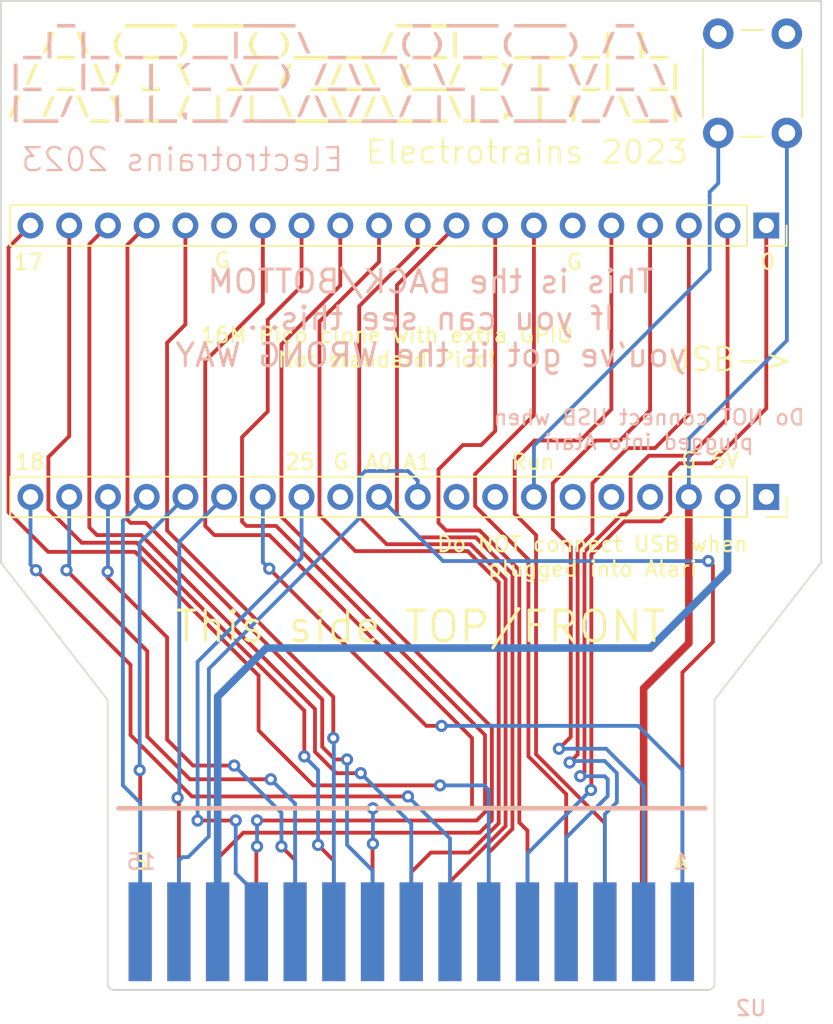
<source format=kicad_pcb>
(kicad_pcb (version 20211014) (generator pcbnew)
  (layers (0 "F.Cu" signal) (31 "B.Cu" signal) (34 "B.Paste" user) (35 "F.Paste" user) (36 "B.SilkS" user "B.Silkscreen") (37 "F.SilkS" user "F.Silkscreen") (38 "B.Mask" user) (39 "F.Mask" user) (44 "Edge.Cuts" user))
  (net 0 "")
  (net 1 "A0")
  (net 2 "A1")
  (net 3 "A2")
  (net 4 "A3")
  (net 5 "A4")
  (net 7 "A5")
  (net 8 "A6")
  (net 9 "A7")
  (net 10 "A8")
  (net 11 "A9")
  (net 12 "A10")
  (net 13 "A11")
  (net 14 "A12")
  (net 16 "D0")
  (net 17 "D1")
  (net 18 "D2")
  (net 19 "D3")
  (net 20 "D4")
  (net 22 "+5V")
  (net 23 "GND")
  (net 27 "RESET")
  (net 30 "RD5")
  (net 31 "RD4")
  (net 33 "{slash}S5")
  (net 34 "{slash}S4")
  (net 35 "R{slash}W")
  (net 36 "PHI2")
  (net 37 "CCTL")
  (net 38 "D7")
  (net 39 "D6")
  (net 40 "D5")
  (footprint "Button_Switch_THT:SW_PUSH_6mm_H8mm" (layer "F.Cu") (at 176.35 66.25 90)
    (fp_text reference "SW1" hide)
    (fp_text value "SW_Push")
    (pad "1" thru_hole circle (at 0 0 180) (size 2 2) (drill 1.1) (layers *.Cu *.Mask) (net 27 "RESET"))
    (pad "1" thru_hole circle (at 6.5 0 180) (size 2 2) (drill 1.1) (layers *.Cu *.Mask) (net 27 "RESET"))
    (pad "2" thru_hole circle (at 6.5 4.5 180) (size 2 2) (drill 1.1) (layers *.Cu *.Mask) (net 23 "GND"))
    (pad "2" thru_hole circle (at 0 4.5 180) (size 2 2) (drill 1.1) (layers *.Cu *.Mask) (net 23 "GND"))
  )
  (footprint "Connector_PinSocket_2.54mm:PinSocket_1x20_P2.54mm_Vertical" (layer "F.Cu") (at 179.5 90.1 -90)
    (fp_text reference "J8" hide)
    (fp_text value "Conn_01x20" hide)
    (pad "1" thru_hole rect (at 0 0 270) (size 1.7 1.7) (drill 1) (layers *.Cu *.Mask))
    (pad "2" thru_hole oval (at 0 2.54 270) (size 1.7 1.7) (drill 1) (layers *.Cu *.Mask) (net 22 "+5V"))
    (pad "3" thru_hole oval (at 0 5.08 270) (size 1.7 1.7) (drill 1) (layers *.Cu *.Mask) (net 23 "GND"))
    (pad "4" thru_hole oval (at 0 7.62 270) (size 1.7 1.7) (drill 1) (layers *.Cu *.Mask))
    (pad "5" thru_hole oval (at 0 10.16 270) (size 1.7 1.7) (drill 1) (layers *.Cu *.Mask))
    (pad "6" thru_hole oval (at 0 12.7 270) (size 1.7 1.7) (drill 1) (layers *.Cu *.Mask))
    (pad "7" thru_hole oval (at 0 15.24 270) (size 1.7 1.7) (drill 1) (layers *.Cu *.Mask) (net 27 "RESET"))
    (pad "8" thru_hole oval (at 0 17.78 270) (size 1.7 1.7) (drill 1) (layers *.Cu *.Mask))
    (pad "9" thru_hole oval (at 0 20.32 270) (size 1.7 1.7) (drill 1) (layers *.Cu *.Mask))
    (pad "10" thru_hole oval (at 0 22.86 270) (size 1.7 1.7) (drill 1) (layers *.Cu *.Mask) (net 30 "RD5"))
    (pad "11" thru_hole oval (at 0 25.4 270) (size 1.7 1.7) (drill 1) (layers *.Cu *.Mask) (net 31 "RD4"))
    (pad "12" thru_hole oval (at 0 27.94 270) (size 1.7 1.7) (drill 1) (layers *.Cu *.Mask))
    (pad "13" thru_hole oval (at 0 30.48 270) (size 1.7 1.7) (drill 1) (layers *.Cu *.Mask) (net 33 "{slash}S5"))
    (pad "14" thru_hole oval (at 0 33.02 270) (size 1.7 1.7) (drill 1) (layers *.Cu *.Mask) (net 34 "{slash}S4"))
    (pad "15" thru_hole oval (at 0 35.56 270) (size 1.7 1.7) (drill 1) (layers *.Cu *.Mask) (net 35 "R{slash}W"))
    (pad "16" thru_hole oval (at 0 38.1 270) (size 1.7 1.7) (drill 1) (layers *.Cu *.Mask) (net 36 "PHI2"))
    (pad "17" thru_hole oval (at 0 40.64 270) (size 1.7 1.7) (drill 1) (layers *.Cu *.Mask) (net 37 "CCTL"))
    (pad "18" thru_hole oval (at 0 43.18 270) (size 1.7 1.7) (drill 1) (layers *.Cu *.Mask) (net 38 "D7"))
    (pad "19" thru_hole oval (at 0 45.72 270) (size 1.7 1.7) (drill 1) (layers *.Cu *.Mask) (net 39 "D6"))
    (pad "20" thru_hole oval (at 0 48.26 270) (size 1.7 1.7) (drill 1) (layers *.Cu *.Mask) (net 40 "D5"))
  )
  (footprint "LOGO" (layer "F.Cu") (at 151.8 62.4)
    (fp_text reference "G***" hide)
    (fp_text value "LOGO" hide)
  )
  (footprint "Connector_PinSocket_2.54mm:PinSocket_1x20_P2.54mm_Vertical" (layer "F.Cu") (at 179.500001 72.314999 -90)
    (fp_text reference "J7" hide)
    (fp_text value "Conn_01x20" hide)
    (pad "1" thru_hole rect (at 0 0 270) (size 1.7 1.7) (drill 1) (layers *.Cu *.Mask) (net 1 "A0"))
    (pad "2" thru_hole oval (at 0 2.54 270) (size 1.7 1.7) (drill 1) (layers *.Cu *.Mask) (net 2 "A1"))
    (pad "3" thru_hole oval (at 0 5.08 270) (size 1.7 1.7) (drill 1) (layers *.Cu *.Mask) (net 3 "A2"))
    (pad "4" thru_hole oval (at 0 7.62 270) (size 1.7 1.7) (drill 1) (layers *.Cu *.Mask) (net 4 "A3"))
    (pad "5" thru_hole oval (at 0 10.16 270) (size 1.7 1.7) (drill 1) (layers *.Cu *.Mask) (net 5 "A4"))
    (pad "6" thru_hole oval (at 0 12.7 270) (size 1.7 1.7) (drill 1) (layers *.Cu *.Mask))
    (pad "7" thru_hole oval (at 0 15.24 270) (size 1.7 1.7) (drill 1) (layers *.Cu *.Mask) (net 7 "A5"))
    (pad "8" thru_hole oval (at 0 17.78 270) (size 1.7 1.7) (drill 1) (layers *.Cu *.Mask) (net 8 "A6"))
    (pad "9" thru_hole oval (at 0 20.32 270) (size 1.7 1.7) (drill 1) (layers *.Cu *.Mask) (net 9 "A7"))
    (pad "10" thru_hole oval (at 0 22.86 270) (size 1.7 1.7) (drill 1) (layers *.Cu *.Mask) (net 10 "A8"))
    (pad "11" thru_hole oval (at 0 25.4 270) (size 1.7 1.7) (drill 1) (layers *.Cu *.Mask) (net 11 "A9"))
    (pad "12" thru_hole oval (at 0 27.94 270) (size 1.7 1.7) (drill 1) (layers *.Cu *.Mask) (net 12 "A10"))
    (pad "13" thru_hole oval (at 0 30.48 270) (size 1.7 1.7) (drill 1) (layers *.Cu *.Mask) (net 13 "A11"))
    (pad "14" thru_hole oval (at 0 33.02 270) (size 1.7 1.7) (drill 1) (layers *.Cu *.Mask) (net 14 "A12"))
    (pad "15" thru_hole oval (at 0 35.56 270) (size 1.7 1.7) (drill 1) (layers *.Cu *.Mask))
    (pad "16" thru_hole oval (at 0 38.1 270) (size 1.7 1.7) (drill 1) (layers *.Cu *.Mask) (net 16 "D0"))
    (pad "17" thru_hole oval (at 0 40.64 270) (size 1.7 1.7) (drill 1) (layers *.Cu *.Mask) (net 17 "D1"))
    (pad "18" thru_hole oval (at 0 43.18 270) (size 1.7 1.7) (drill 1) (layers *.Cu *.Mask) (net 18 "D2"))
    (pad "19" thru_hole oval (at 0 45.72 270) (size 1.7 1.7) (drill 1) (layers *.Cu *.Mask) (net 19 "D3"))
    (pad "20" thru_hole oval (at 0 48.26 270) (size 1.7 1.7) (drill 1) (layers *.Cu *.Mask) (net 20 "D4"))
  )
  (footprint "LOGO" (layer "B.Cu") (at 152 62.4 180)
    (fp_text reference "G***" hide)
    (fp_text value "LOGO" hide)
  )
  (footprint "Atari 8-bit Cartridge:Atari8Cartridge" (layer "B.Cu") (at 176.1 122.4 180)
    (fp_text reference "U2" (at -2.4 -1.2 unlocked) (layer "B.SilkS") (effects (justify mirror)))
    (fp_text value "Atari8Cartridge")
    (fp_text user "1" (at 2.2 8.4 unlocked) (layer "B.SilkS") (effects (justify mirror)))
    (fp_text user "15" (at 37.6 8.4 unlocked) (layer "B.SilkS") (effects (justify mirror)))
    (fp_text user "A" (at 2.2 8.4 unlocked) (layer "F.SilkS"))
    (fp_text user "S" (at 37.6 8.4 unlocked) (layer "F.SilkS"))
    (fp_line (start 39.8 0.4) (end 39.8 19) (layer "Edge.Cuts") (width 0.12))
    (fp_line (start 0 19) (end -7 28) (layer "Edge.Cuts") (width 0.12))
    (fp_line (start -7 28) (end -7 64.8) (layer "Edge.Cuts") (width 0.12))
    (fp_line (start 46.8 64.8) (end 46.8 28) (layer "Edge.Cuts") (width 0.12))
    (fp_line (start -7 64.8) (end 46.8 64.8) (layer "Edge.Cuts") (width 0.12))
    (fp_line (start 46.8 28) (end 39.8 19) (layer "Edge.Cuts") (width 0.12))
    (fp_line (start 0.4 0) (end 39.4 0) (layer "Edge.Cuts") (width 0.12))
    (fp_line (start 0 0.4) (end 0 19) (layer "Edge.Cuts") (width 0.12))
    (fp_arc (start 39.4 0) (mid 39.682843 0.117157) (end 39.8 0.4) (layer "Edge.Cuts") (width 0.12))
    (fp_arc (start 0 0.4) (mid 0.117157 0.117157) (end 0.4 0) (layer "Edge.Cuts") (width 0.12))
    (pad "1" smd rect (at 2.105 3.81 180) (size 1.524 6.477) (layers "B.Cu" "B.Mask") (net 34 "{slash}S4"))
    (pad "2" smd rect (at 4.645 3.81 180) (size 1.524 6.477) (layers "B.Cu" "B.Mask") (net 4 "A3"))
    (pad "3" smd rect (at 7.185 3.81 180) (size 1.524 6.477) (layers "B.Cu" "B.Mask") (net 3 "A2"))
    (pad "4" smd rect (at 9.725 3.81 180) (size 1.524 6.477) (layers "B.Cu" "B.Mask") (net 2 "A1"))
    (pad "5" smd rect (at 12.265 3.81 180) (size 1.524 6.477) (layers "B.Cu" "B.Mask") (net 1 "A0"))
    (pad "6" smd rect (at 14.805 3.81 180) (size 1.524 6.477) (layers "B.Cu" "B.Mask") (net 20 "D4"))
    (pad "7" smd rect (at 17.345 3.81 180) (size 1.524 6.477) (layers "B.Cu" "B.Mask") (net 40 "D5"))
    (pad "8" smd rect (at 19.885 3.81 180) (size 1.524 6.477) (layers "B.Cu" "B.Mask") (net 18 "D2"))
    (pad "9" smd rect (at 22.425 3.81 180) (size 1.524 6.477) (layers "B.Cu" "B.Mask") (net 17 "D1"))
    (pad "10" smd rect (at 24.965 3.81 180) (size 1.524 6.477) (layers "B.Cu" "B.Mask") (net 16 "D0"))
    (pad "11" smd rect (at 27.505 3.81 180) (size 1.524 6.477) (layers "B.Cu" "B.Mask") (net 39 "D6"))
    (pad "12" smd rect (at 30.045 3.81 180) (size 1.524 6.477) (layers "B.Cu" "B.Mask") (net 33 "{slash}S5"))
    (pad "13" smd rect (at 32.585 3.81 180) (size 1.524 6.477) (layers "B.Cu" "B.Mask") (net 22 "+5V"))
    (pad "14" smd rect (at 35.125 3.81 180) (size 1.524 6.477) (layers "B.Cu" "B.Mask") (net 30 "RD5"))
    (pad "15" smd rect (at 37.665 3.81 180) (size 1.524 6.477) (layers "B.Cu" "B.Mask") (net 37 "CCTL"))
    (pad "A" smd rect (at 2.105 3.81 180) (size 1.524 6.477) (layers "F.Cu" "F.Mask") (net 31 "RD4"))
    (pad "B" smd rect (at 4.645 3.81 180) (size 1.524 6.477) (layers "F.Cu" "F.Mask") (net 23 "GND"))
    (pad "C" smd rect (at 7.185 3.81 180) (size 1.524 6.477) (layers "F.Cu" "F.Mask") (net 5 "A4"))
    (pad "D" smd rect (at 9.725 3.81 180) (size 1.524 6.477) (layers "F.Cu" "F.Mask") (net 7 "A5"))
    (pad "E" smd rect (at 12.265 3.81 180) (size 1.524 6.477) (layers "F.Cu" "F.Mask") (net 8 "A6"))
    (pad "F" smd rect (at 14.805 3.81 180) (size 1.524 6.477) (layers "F.Cu" "F.Mask") (net 9 "A7"))
    (pad "H" smd rect (at 17.345 3.81 180) (size 1.524 6.477) (layers "F.Cu" "F.Mask") (net 10 "A8"))
    (pad "J" smd rect (at 19.885 3.81 180) (size 1.524 6.477) (layers "F.Cu" "F.Mask") (net 11 "A9"))
    (pad "K" smd rect (at 22.425 3.81 180) (size 1.524 6.477) (layers "F.Cu" "F.Mask") (net 14 "A12"))
    (pad "L" smd rect (at 24.965 3.81 180) (size 1.524 6.477) (layers "F.Cu" "F.Mask") (net 19 "D3"))
    (pad "M" smd rect (at 27.505 3.81 180) (size 1.524 6.477) (layers "F.Cu" "F.Mask") (net 38 "D7"))
    (pad "N" smd rect (at 30.045 3.81 180) (size 1.524 6.477) (layers "F.Cu" "F.Mask") (net 13 "A11"))
    (pad "P" smd rect (at 32.585 3.81 180) (size 1.524 6.477) (layers "F.Cu" "F.Mask") (net 12 "A10"))
    (pad "R" smd rect (at 35.125 3.81 180) (size 1.524 6.477) (layers "F.Cu" "F.Mask") (net 35 "R{slash}W"))
    (pad "S" smd rect (at 37.665 3.81 180) (size 1.524 6.477) (layers "F.Cu" "F.Mask") (net 36 "PHI2"))
  )
  (gr_line (start 137 110.5) (end 175.5 110.5) (layer "B.SilkS") (width 0.3))
  (gr_line (start 137 110.5) (end 175.5 110.5) (layer "F.SilkS") (width 0.3))
  (gr_text "This is the BACK/BOTTOM\nIf you can see this...\nyou've got it the WRONG WAY" (at 157.5 78.4) (layer "B.SilkS") (effects (font (size 1.5 1.5) (thickness 0.2)) (justify mirror)))
  (gr_text "Electrotrains 2023" (at 141.2 68) (layer "B.SilkS") (effects (font (size 1.5 1.5)) (justify mirror)))
  (gr_text "Do NOT connect USB when\nplugged into Atari" (at 171.8 85.7) (layer "B.SilkS") (effects (font (size 1 1)) (justify mirror)))
  (gr_text "G" (at 174.4 87.7) (layer "F.SilkS") (effects (font (size 1 1))))
  (gr_text "Electrotrains 2023" (at 163.8 67.5) (layer "F.SilkS") (effects (font (size 1.5 1.5))))
  (gr_text "Do NOT connect USB when\nplugged into Atari" (at 168.1 94) (layer "F.SilkS") (effects (font (size 1 1))))
  (gr_text "18" (at 131.2 87.8) (layer "F.SilkS") (effects (font (size 1 1))))
  (gr_text "This side TOP/FRONT" (at 156.8 98.6) (layer "F.SilkS") (effects (font (size 2 2) (thickness 0.2))))
  (gr_text "0" (at 179.6 74.7) (layer "F.SilkS") (effects (font (size 1 1))))
  (gr_text "G" (at 143.8 74.6) (layer "F.SilkS") (effects (font (size 1 1))))
  (gr_text "Run" (at 164.2 87.8) (layer "F.SilkS") (effects (font (size 1 1))))
  (gr_text "5V" (at 176.8 87.7) (layer "F.SilkS") (effects (font (size 1 1))))
  (gr_text "A0" (at 154.1 87.8) (layer "F.SilkS") (effects (font (size 1 1))))
  (gr_text "USB->" (at 177.1 81.1) (layer "F.SilkS") (effects (font (size 1.5 1.5))))
  (gr_text "G" (at 151.6 87.8) (layer "F.SilkS") (effects (font (size 1 1))))
  (gr_text "16M Pico clone with extra GPIO\nNot standard Pico!" (at 154.6 80.3) (layer "F.SilkS") (effects (font (size 1 1))))
  (gr_text "G" (at 166.9 74.7) (layer "F.SilkS") (effects (font (size 1 1))))
  (gr_text "A1" (at 156.6 87.8) (layer "F.SilkS") (effects (font (size 1 1))))
  (gr_text "25" (at 148.9 87.8) (layer "F.SilkS") (effects (font (size 1 1))))
  (gr_text "17" (at 131.1 74.7) (layer "F.SilkS") (effects (font (size 1 1))))
  (segment (start 173.2 88.5) (end 173.2 91.1) (width 0.25) (layer "F.Cu") (net 1))
  (segment (start 172.6 91.7) (end 170.2 91.7) (width 0.25) (layer "F.Cu") (net 1))
  (segment (start 179.500001 84.299999) (end 175.9 87.9) (width 0.25) (layer "F.Cu") (net 1))
  (segment (start 173.2 91.1) (end 172.6 91.7) (width 0.25) (layer "F.Cu") (net 1))
  (segment (start 168.025 93.875) (end 168.025 109.275) (width 0.25) (layer "F.Cu") (net 1))
  (segment (start 175.9 87.9) (end 173.8 87.9) (width 0.25) (layer "F.Cu") (net 1))
  (segment (start 170.2 91.7) (end 168.025 93.875) (width 0.25) (layer "F.Cu") (net 1))
  (segment (start 179.500001 72.314999) (end 179.500001 84.299999) (width 0.25) (layer "F.Cu") (net 1))
  (segment (start 168.025 109.275) (end 168 109.3) (width 0.25) (layer "F.Cu") (net 1))
  (segment (start 173.8 87.9) (end 173.2 88.5) (width 0.25) (layer "F.Cu") (net 1))
  (via (at 168 109.3) (size 0.8) (drill 0.4) (layers "F.Cu" "B.Cu") (net 1))
  (segment (start 163.835 113.465) (end 168 109.3) (width 0.25) (layer "B.Cu") (net 1))
  (segment (start 163.835 118.59) (end 163.835 113.465) (width 0.25) (layer "B.Cu") (net 1))
  (segment (start 176.960001 84.939999) (end 176.960001 72.314999) (width 0.25) (layer "F.Cu") (net 2))
  (segment (start 170.6 88.6) (end 171.8 87.4) (width 0.25) (layer "F.Cu") (net 2))
  (segment (start 167.575 93.688604) (end 170.013604 91.25) (width 0.25) (layer "F.Cu") (net 2))
  (segment (start 167.575 108.125) (end 167.575 93.688604) (width 0.25) (layer "F.Cu") (net 2))
  (segment (start 171.8 87.4) (end 174.5 87.4) (width 0.25) (layer "F.Cu") (net 2))
  (segment (start 170.6 90.95) (end 170.6 88.6) (width 0.25) (layer "F.Cu") (net 2))
  (segment (start 170.3 91.25) (end 170.6 90.95) (width 0.25) (layer "F.Cu") (net 2))
  (segment (start 170.013604 91.25) (end 170.3 91.25) (width 0.25) (layer "F.Cu") (net 2))
  (segment (start 167.3 108.4) (end 167.575 108.125) (width 0.25) (layer "F.Cu") (net 2))
  (segment (start 174.5 87.4) (end 176.960001 84.939999) (width 0.25) (layer "F.Cu") (net 2))
  (via (at 167.3 108.4) (size 0.8) (drill 0.4) (layers "F.Cu" "B.Cu") (net 2))
  (segment (start 168.7 110.1) (end 169.1 109.7) (width 0.25) (layer "B.Cu") (net 2))
  (segment (start 166.375 118.59) (end 166.375 112.425) (width 0.25) (layer "B.Cu") (net 2))
  (segment (start 168.9 108.4) (end 167.3 108.4) (width 0.25) (layer "B.Cu") (net 2))
  (segment (start 166.375 112.425) (end 168.7 110.1) (width 0.25) (layer "B.Cu") (net 2))
  (segment (start 169.1 109.7) (end 169.1 108.6) (width 0.25) (layer "B.Cu") (net 2))
  (segment (start 169.1 108.6) (end 168.9 108.4) (width 0.25) (layer "B.Cu") (net 2))
  (segment (start 166.6 107.5) (end 167.125 106.975) (width 0.25) (layer "F.Cu") (net 3))
  (segment (start 167.125 93.475) (end 168.1 92.5) (width 0.25) (layer "F.Cu") (net 3))
  (segment (start 168.1 89.2) (end 170.4 86.9) (width 0.25) (layer "F.Cu") (net 3))
  (segment (start 168.1 92.5) (end 168.1 89.2) (width 0.25) (layer "F.Cu") (net 3))
  (segment (start 167.125 106.975) (end 167.125 93.475) (width 0.25) (layer "F.Cu") (net 3))
  (segment (start 174.420001 84.679999) (end 174.420001 72.314999) (width 0.25) (layer "F.Cu") (net 3))
  (segment (start 170.4 86.9) (end 172.2 86.9) (width 0.25) (layer "F.Cu") (net 3))
  (segment (start 172.2 86.9) (end 174.420001 84.679999) (width 0.25) (layer "F.Cu") (net 3))
  (via (at 166.6 107.5) (size 0.8) (drill 0.4) (layers "F.Cu" "B.Cu") (net 3))
  (segment (start 166.7 107.4) (end 166.6 107.5) (width 0.25) (layer "B.Cu") (net 3))
  (segment (start 168.9 107.4) (end 166.7 107.4) (width 0.25) (layer "B.Cu") (net 3))
  (segment (start 169.7 110.1) (end 169.7 108.2) (width 0.25) (layer "B.Cu") (net 3))
  (segment (start 169.7 108.2) (end 168.9 107.4) (width 0.25) (layer "B.Cu") (net 3))
  (segment (start 168.915 118.59) (end 168.915 110.885) (width 0.25) (layer "B.Cu") (net 3))
  (segment (start 168.915 110.885) (end 169.7 110.1) (width 0.25) (layer "B.Cu") (net 3))
  (segment (start 166.675 93.375) (end 165.5 92.2) (width 0.25) (layer "F.Cu") (net 4))
  (segment (start 166.675 105.825) (end 166.675 93.375) (width 0.25) (layer "F.Cu") (net 4))
  (segment (start 165.5 92.2) (end 165.5 89.2) (width 0.25) (layer "F.Cu") (net 4))
  (segment (start 171.880001 84.419999) (end 171.880001 72.314999) (width 0.25) (layer "F.Cu") (net 4))
  (segment (start 168.3 86.4) (end 169.9 86.4) (width 0.25) (layer "F.Cu") (net 4))
  (segment (start 165.5 89.2) (end 168.3 86.4) (width 0.25) (layer "F.Cu") (net 4))
  (segment (start 169.9 86.4) (end 171.880001 84.419999) (width 0.25) (layer "F.Cu") (net 4))
  (segment (start 165.9 106.6) (end 166.675 105.825) (width 0.25) (layer "F.Cu") (net 4))
  (via (at 165.9 106.6) (size 0.8) (drill 0.4) (layers "F.Cu" "B.Cu") (net 4))
  (segment (start 169.2 106.8) (end 169 106.6) (width 0.25) (layer "B.Cu") (net 4))
  (segment (start 171.455 118.59) (end 171.455 109.055) (width 0.25) (layer "B.Cu") (net 4))
  (segment (start 171.455 109.055) (end 169.2 106.8) (width 0.25) (layer "B.Cu") (net 4))
  (segment (start 169 106.6) (end 165.9 106.6) (width 0.25) (layer "B.Cu") (net 4))
  (segment (start 168.915 111.478604) (end 164.4 106.963604) (width 0.25) (layer "F.Cu") (net 5))
  (segment (start 169.340001 84.359999) (end 169.340001 72.314999) (width 0.25) (layer "F.Cu") (net 5))
  (segment (start 163 91.2) (end 163 87.7) (width 0.25) (layer "F.Cu") (net 5))
  (segment (start 164.3 86.4) (end 167.3 86.4) (width 0.25) (layer "F.Cu") (net 5))
  (segment (start 168.915 118.59) (end 168.915 111.478604) (width 0.25) (layer "F.Cu") (net 5))
  (segment (start 167.3 86.4) (end 169.340001 84.359999) (width 0.25) (layer "F.Cu") (net 5))
  (segment (start 164.4 92.6) (end 163 91.2) (width 0.25) (layer "F.Cu") (net 5))
  (segment (start 163 87.7) (end 164.3 86.4) (width 0.25) (layer "F.Cu") (net 5))
  (segment (start 164.4 106.963604) (end 164.4 92.6) (width 0.25) (layer "F.Cu") (net 5))
  (segment (start 164.260001 84.739999) (end 164.260001 72.314999) (width 0.25) (layer "F.Cu") (net 7))
  (segment (start 166.375 118.59) (end 166.375 109.575) (width 0.25) (layer "F.Cu") (net 7))
  (segment (start 163.9 94.2) (end 160.4 90.7) (width 0.25) (layer "F.Cu") (net 7))
  (segment (start 166.375 109.575) (end 163.9 107.1) (width 0.25) (layer "F.Cu") (net 7))
  (segment (start 160.4 90.7) (end 160.4 88.6) (width 0.25) (layer "F.Cu") (net 7))
  (segment (start 160.4 88.6) (end 164.260001 84.739999) (width 0.25) (layer "F.Cu") (net 7))
  (segment (start 163.9 107.1) (end 163.9 94.2) (width 0.25) (layer "F.Cu") (net 7))
  (segment (start 158 88.3) (end 159.6 86.7) (width 0.25) (layer "F.Cu") (net 8))
  (segment (start 160.8 86.7) (end 161.720001 85.779999) (width 0.25) (layer "F.Cu") (net 8))
  (segment (start 160.7 92.3) (end 158.5 92.3) (width 0.25) (layer "F.Cu") (net 8))
  (segment (start 159.6 86.7) (end 160.8 86.7) (width 0.25) (layer "F.Cu") (net 8))
  (segment (start 163.835 111.965) (end 163.3 111.43) (width 0.25) (layer "F.Cu") (net 8))
  (segment (start 163.3 94.9) (end 160.7 92.3) (width 0.25) (layer "F.Cu") (net 8))
  (segment (start 163.3 111.43) (end 163.3 94.9) (width 0.25) (layer "F.Cu") (net 8))
  (segment (start 163.835 118.59) (end 163.835 111.965) (width 0.25) (layer "F.Cu") (net 8))
  (segment (start 158 91.8) (end 158 88.3) (width 0.25) (layer "F.Cu") (net 8))
  (segment (start 161.720001 85.779999) (end 161.720001 72.314999) (width 0.25) (layer "F.Cu") (net 8))
  (segment (start 158.5 92.3) (end 158 91.8) (width 0.25) (layer "F.Cu") (net 8))
  (segment (start 162.85 95.15) (end 160.45 92.75) (width 0.25) (layer "F.Cu") (net 9))
  (segment (start 161.295 118.59) (end 161.295 113.405) (width 0.25) (layer "F.Cu") (net 9))
  (segment (start 161.295 113.405) (end 162.85 111.85) (width 0.25) (layer "F.Cu") (net 9))
  (segment (start 160.45 92.75) (end 156.75 92.75) (width 0.25) (layer "F.Cu") (net 9))
  (segment (start 156.75 92.75) (end 155.275 91.275) (width 0.25) (layer "F.Cu") (net 9))
  (segment (start 162.85 111.85) (end 162.85 95.15) (width 0.25) (layer "F.Cu") (net 9))
  (segment (start 155.275 76.22) (end 159.180001 72.314999) (width 0.25) (layer "F.Cu") (net 9))
  (segment (start 155.275 91.275) (end 155.275 76.22) (width 0.25) (layer "F.Cu") (net 9))
  (segment (start 158.755 115.308604) (end 162.4 111.663604) (width 0.25) (layer "F.Cu") (net 10))
  (segment (start 162.4 111.663604) (end 162.4 95.5) (width 0.25) (layer "F.Cu") (net 10))
  (segment (start 152.8 91.4) (end 152.8 77.6) (width 0.25) (layer "F.Cu") (net 10))
  (segment (start 160.1 93.2) (end 154.6 93.2) (width 0.25) (layer "F.Cu") (net 10))
  (segment (start 152.8 77.6) (end 156.640001 73.759999) (width 0.25) (layer "F.Cu") (net 10))
  (segment (start 154.6 93.2) (end 152.8 91.4) (width 0.25) (layer "F.Cu") (net 10))
  (segment (start 156.640001 73.759999) (end 156.640001 72.314999) (width 0.25) (layer "F.Cu") (net 10))
  (segment (start 158.755 118.59) (end 158.755 115.308604) (width 0.25) (layer "F.Cu") (net 10))
  (segment (start 162.4 95.5) (end 160.1 93.2) (width 0.25) (layer "F.Cu") (net 10))
  (segment (start 156.215 114.685) (end 156.215 118.59) (width 0.25) (layer "F.Cu") (net 11))
  (segment (start 161.95 111.477208) (end 160.027208 113.4) (width 0.25) (layer "F.Cu") (net 11))
  (segment (start 154.100001 74.700001) (end 150.195 78.605002) (width 0.25) (layer "F.Cu") (net 11))
  (segment (start 152.55 93.65) (end 159.913604 93.65) (width 0.25) (layer "F.Cu") (net 11))
  (segment (start 159.913604 93.65) (end 161.95 95.686396) (width 0.25) (layer "F.Cu") (net 11))
  (segment (start 157.5 113.4) (end 156.215 114.685) (width 0.25) (layer "F.Cu") (net 11))
  (segment (start 150.195 78.605002) (end 150.195 91.295) (width 0.25) (layer "F.Cu") (net 11))
  (segment (start 161.95 95.686396) (end 161.95 111.477208) (width 0.25) (layer "F.Cu") (net 11))
  (segment (start 154.100001 72.314999) (end 154.100001 74.700001) (width 0.25) (layer "F.Cu") (net 11))
  (segment (start 160.027208 113.4) (end 157.5 113.4) (width 0.25) (layer "F.Cu") (net 11))
  (segment (start 150.195 91.295) (end 152.55 93.65) (width 0.25) (layer "F.Cu") (net 11))
  (segment (start 161.5 105.2) (end 147.7 91.4) (width 0.25) (layer "F.Cu") (net 12))
  (segment (start 160.690812 112.1) (end 161.5 111.290812) (width 0.25) (layer "F.Cu") (net 12))
  (segment (start 151.560001 76.239999) (end 151.560001 72.314999) (width 0.25) (layer "F.Cu") (net 12))
  (segment (start 161.5 111.290812) (end 161.5 105.2) (width 0.25) (layer "F.Cu") (net 12))
  (segment (start 143.515 118.59) (end 143.515 113.785) (width 0.25) (layer "F.Cu") (net 12))
  (segment (start 143.515 113.785) (end 145.2 112.1) (width 0.25) (layer "F.Cu") (net 12))
  (segment (start 147.7 91.4) (end 147.7 80.1) (width 0.25) (layer "F.Cu") (net 12))
  (segment (start 145.2 112.1) (end 160.690812 112.1) (width 0.25) (layer "F.Cu") (net 12))
  (segment (start 147.7 80.1) (end 151.560001 76.239999) (width 0.25) (layer "F.Cu") (net 12))
  (segment (start 145.4 92) (end 145.115 91.715) (width 0.25) (layer "F.Cu") (net 13))
  (segment (start 146.8 78.5) (end 149.020001 76.279999) (width 0.25) (layer "F.Cu") (net 13))
  (segment (start 146.055 118.59) (end 146.055 113.045) (width 0.25) (layer "F.Cu") (net 13))
  (segment (start 145.115 86.185) (end 146.8 84.5) (width 0.25) (layer "F.Cu") (net 13))
  (segment (start 146.1 111.3) (end 160.5 111.3) (width 0.25) (layer "F.Cu") (net 13))
  (segment (start 161.05 110.75) (end 161.05 105.7) (width 0.25) (layer "F.Cu") (net 13))
  (segment (start 145.115 91.715) (end 145.115 86.185) (width 0.25) (layer "F.Cu") (net 13))
  (segment (start 147.35 92) (end 145.4 92) (width 0.25) (layer "F.Cu") (net 13))
  (segment (start 146.055 113.045) (end 146.1 113) (width 0.25) (layer "F.Cu") (net 13))
  (segment (start 160.5 111.3) (end 161.05 110.75) (width 0.25) (layer "F.Cu") (net 13))
  (segment (start 149.020001 76.279999) (end 149.020001 72.314999) (width 0.25) (layer "F.Cu") (net 13))
  (segment (start 161.05 105.7) (end 147.35 92) (width 0.25) (layer "F.Cu") (net 13))
  (segment (start 146.8 84.5) (end 146.8 78.5) (width 0.25) (layer "F.Cu") (net 13))
  (via (at 146.1 113) (size 0.8) (drill 0.4) (layers "F.Cu" "B.Cu") (net 13))
  (via (at 146.1 111.3) (size 0.8) (drill 0.4) (layers "F.Cu" "B.Cu") (net 13))
  (segment (start 146.1 113) (end 146.1 111.3) (width 0.25) (layer "B.Cu") (net 13))
  (segment (start 153.675 112.8495) (end 153.7 112.8245) (width 0.25) (layer "F.Cu") (net 14))
  (segment (start 142.7 81.2) (end 146.480001 77.419999) (width 0.25) (layer "F.Cu") (net 14))
  (segment (start 142.7 92) (end 142.7 81.2) (width 0.25) (layer "F.Cu") (net 14))
  (segment (start 143.3 92.6) (end 142.7 92) (width 0.25) (layer "F.Cu") (net 14))
  (segment (start 160.2 105.9) (end 146.9 92.6) (width 0.25) (layer "F.Cu") (net 14))
  (segment (start 146.9 92.6) (end 143.3 92.6) (width 0.25) (layer "F.Cu") (net 14))
  (segment (start 153.7 110.5) (end 160.1 110.5) (width 0.25) (layer "F.Cu") (net 14))
  (segment (start 153.675 118.59) (end 153.675 112.8495) (width 0.25) (layer "F.Cu") (net 14))
  (segment (start 146.480001 77.419999) (end 146.480001 72.314999) (width 0.25) (layer "F.Cu") (net 14))
  (segment (start 160.1 110.5) (end 160.2 110.4) (width 0.25) (layer "F.Cu") (net 14))
  (segment (start 160.2 110.4) (end 160.2 105.9) (width 0.25) (layer "F.Cu") (net 14))
  (via (at 153.7 110.5) (size 0.8) (drill 0.4) (layers "F.Cu" "B.Cu") (net 14))
  (via (at 153.7 112.8245) (size 0.8) (drill 0.4) (layers "F.Cu" "B.Cu") (net 14))
  (segment (start 153.7 112.8245) (end 153.7 110.5) (width 0.25) (layer "B.Cu") (net 14))
  (segment (start 141.4 78.8) (end 141.400001 72.314999) (width 0.25) (layer "F.Cu") (net 16))
  (segment (start 140.2 80) (end 141.4 78.8) (width 0.25) (layer "F.Cu") (net 16))
  (segment (start 140.2 92.3) (end 140.2 80) (width 0.25) (layer "F.Cu") (net 16))
  (segment (start 151.1 103.2) (end 140.2 92.3) (width 0.25) (layer "F.Cu") (net 16))
  (segment (start 151.1 105.9) (end 151.1 103.2) (width 0.25) (layer "F.Cu") (net 16))
  (via (at 151.1 105.9) (size 0.8) (drill 0.4) (layers "F.Cu" "B.Cu") (net 16))
  (segment (start 151.135 118.59) (end 151.135 105.935) (width 0.25) (layer "B.Cu") (net 16))
  (segment (start 151.135 105.935) (end 151.1 105.9) (width 0.25) (layer "B.Cu") (net 16))
  (segment (start 151.2 107.3) (end 150.375 106.475) (width 0.25) (layer "F.Cu") (net 17))
  (segment (start 150.375 106.475) (end 150.375 103.375) (width 0.25) (layer "F.Cu") (net 17))
  (segment (start 137.6 91.6) (end 137.6 73.575) (width 0.25) (layer "F.Cu") (net 17))
  (segment (start 137.6 73.575) (end 138.860001 72.314999) (width 0.25) (layer "F.Cu") (net 17))
  (segment (start 137.8 91.8) (end 137.6 91.6) (width 0.25) (layer "F.Cu") (net 17))
  (segment (start 150.375 103.375) (end 138.8 91.8) (width 0.25) (layer "F.Cu") (net 17))
  (segment (start 138.8 91.8) (end 137.8 91.8) (width 0.25) (layer "F.Cu") (net 17))
  (segment (start 152 107.3) (end 151.2 107.3) (width 0.25) (layer "F.Cu") (net 17))
  (via (at 152 107.3) (size 0.8) (drill 0.4) (layers "F.Cu" "B.Cu") (net 17))
  (segment (start 152 112.9) (end 152 107.3) (width 0.25) (layer "B.Cu") (net 17))
  (segment (start 152.2 113.1) (end 152 112.9) (width 0.25) (layer "B.Cu") (net 17))
  (segment (start 153.675 114.575) (end 152.2 113.1) (width 0.25) (layer "B.Cu") (net 17))
  (segment (start 153.675 118.59) (end 153.675 114.575) (width 0.25) (layer "B.Cu") (net 17))
  (segment (start 149.9 106.8) (end 149.9 104) (width 0.25) (layer "F.Cu") (net 18))
  (segment (start 151.3 108.2) (end 149.9 106.8) (width 0.25) (layer "F.Cu") (net 18))
  (segment (start 152.9 108.2) (end 151.3 108.2) (width 0.25) (layer "F.Cu") (net 18))
  (segment (start 149.9 104) (end 138.5 92.6) (width 0.25) (layer "F.Cu") (net 18))
  (segment (start 138.5 92.6) (end 135.6 92.6) (width 0.25) (layer "F.Cu") (net 18))
  (segment (start 135.1 92.1) (end 135.1 73.535) (width 0.25) (layer "F.Cu") (net 18))
  (segment (start 135.1 73.535) (end 136.320001 72.314999) (width 0.25) (layer "F.Cu") (net 18))
  (segment (start 135.6 92.6) (end 135.1 92.1) (width 0.25) (layer "F.Cu") (net 18))
  (via (at 152.9 108.2) (size 0.8) (drill 0.4) (layers "F.Cu" "B.Cu") (net 18))
  (segment (start 156.215 118.59) (end 156.215 111.515) (width 0.25) (layer "B.Cu") (net 18))
  (segment (start 156.215 111.515) (end 152.9 108.2) (width 0.25) (layer "B.Cu") (net 18))
  (segment (start 138.2 93.1) (end 134.6 93.1) (width 0.25) (layer "F.Cu") (net 19))
  (segment (start 133.780001 86.119999) (end 133.780001 72.314999) (width 0.25) (layer "F.Cu") (net 19))
  (segment (start 151.135 118.59) (end 151.135 113.935) (width 0.25) (layer "F.Cu") (net 19))
  (segment (start 132.415 87.485) (end 133.780001 86.119999) (width 0.25) (layer "F.Cu") (net 19))
  (segment (start 132.415 90.915) (end 132.415 87.485) (width 0.25) (layer "F.Cu") (net 19))
  (segment (start 149.2 107.1) (end 149.2 104.1) (width 0.25) (layer "F.Cu") (net 19))
  (segment (start 151.135 113.935) (end 150.1 112.9) (width 0.25) (layer "F.Cu") (net 19))
  (segment (start 134.6 93.1) (end 132.415 90.915) (width 0.25) (layer "F.Cu") (net 19))
  (segment (start 149.2 104.1) (end 138.2 93.1) (width 0.25) (layer "F.Cu") (net 19))
  (via (at 149.2 107.1) (size 0.8) (drill 0.4) (layers "F.Cu" "B.Cu") (net 19))
  (via (at 150.1 112.9) (size 0.8) (drill 0.4) (layers "F.Cu" "B.Cu") (net 19))
  (segment (start 150.1 108) (end 149.2 107.1) (width 0.25) (layer "B.Cu") (net 19))
  (segment (start 150.1 112.9) (end 150.1 108) (width 0.25) (layer "B.Cu") (net 19))
  (segment (start 129.8 91.1) (end 129.8 73.755) (width 0.25) (layer "F.Cu") (net 20))
  (segment (start 138.1 93.7) (end 132.4 93.7) (width 0.25) (layer "F.Cu") (net 20))
  (segment (start 132.4 93.7) (end 129.8 91.1) (width 0.25) (layer "F.Cu") (net 20))
  (segment (start 146.2 105.4) (end 146.2 101.8) (width 0.25) (layer "F.Cu") (net 20))
  (segment (start 158.1 109) (end 149.8 109) (width 0.25) (layer "F.Cu") (net 20))
  (segment (start 149.8 109) (end 146.2 105.4) (width 0.25) (layer "F.Cu") (net 20))
  (segment (start 146.2 101.8) (end 138.1 93.7) (width 0.25) (layer "F.Cu") (net 20))
  (segment (start 129.8 73.755) (end 131.240001 72.314999) (width 0.25) (layer "F.Cu") (net 20))
  (via (at 158.1 109) (size 0.8) (drill 0.4) (layers "F.Cu" "B.Cu") (net 20))
  (segment (start 161.295 118.59) (end 161.295 109.295) (width 0.25) (layer "B.Cu") (net 20))
  (segment (start 161 109) (end 158.1 109) (width 0.25) (layer "B.Cu") (net 20))
  (segment (start 161.295 109.295) (end 161 109) (width 0.25) (layer "B.Cu") (net 20))
  (segment (start 171.9 100) (end 146.7 100) (width 0.5) (layer "B.Cu") (net 22))
  (segment (start 176.96 90.1) (end 176.96 94.94) (width 0.5) (layer "B.Cu") (net 22))
  (segment (start 146.7 100) (end 143.515 103.185) (width 0.5) (layer "B.Cu") (net 22))
  (segment (start 176.96 94.94) (end 171.9 100) (width 0.5) (layer "B.Cu") (net 22))
  (segment (start 143.515 103.185) (end 143.515 118.59) (width 0.5) (layer "B.Cu") (net 22))
  (segment (start 171.455 102.645) (end 174.42 99.68) (width 0.5) (layer "F.Cu") (net 23))
  (segment (start 174.42 99.68) (end 174.42 90.1) (width 0.5) (layer "F.Cu") (net 23))
  (segment (start 171.455 118.59) (end 171.455 102.645) (width 0.5) (layer "F.Cu") (net 23))
  (segment (start 180.85 66.25) (end 180.85 79.85) (width 0.25) (layer "B.Cu") (net 23))
  (segment (start 174.42 86.32) (end 174.42 90.1) (width 0.25) (layer "B.Cu") (net 23))
  (segment (start 180.85 79.85) (end 174.4 86.3) (width 0.25) (layer "B.Cu") (net 23))
  (segment (start 174.4 86.3) (end 174.42 86.32) (width 0.25) (layer "B.Cu") (net 23))
  (segment (start 176.35 69.55) (end 176.35 66.25) (width 0.25) (layer "B.Cu") (net 27))
  (segment (start 175.785001 70.114999) (end 176.35 69.55) (width 0.25) (layer "B.Cu") (net 27))
  (segment (start 164.26 90.1) (end 164.26 86.74) (width 0.25) (layer "B.Cu") (net 27))
  (segment (start 164.26 86.74) (end 175.785001 75.214999) (width 0.25) (layer "B.Cu") (net 27))
  (segment (start 175.785001 75.214999) (end 175.785001 70.114999) (width 0.25) (layer "B.Cu") (net 27))
  (segment (start 141.2 113.7) (end 141.58 113.7) (width 0.25) (layer "B.Cu") (net 30))
  (segment (start 156.64 89.04) (end 156.64 90.1) (width 0.25) (layer "B.Cu") (net 30))
  (segment (start 142.94 112.34) (end 142.94 101.36) (width 0.25) (layer "B.Cu") (net 30))
  (segment (start 141.58 113.7) (end 142.94 112.34) (width 0.25) (layer "B.Cu") (net 30))
  (segment (start 140.975 113.925) (end 141.2 113.7) (width 0.25) (layer "B.Cu") (net 30))
  (segment (start 152.8 91.5) (end 152.8 88.8) (width 0.25) (layer "B.Cu") (net 30))
  (segment (start 156 88.4) (end 156.64 89.04) (width 0.25) (layer "B.Cu") (net 30))
  (segment (start 140.975 118.59) (end 140.975 113.925) (width 0.25) (layer "B.Cu") (net 30))
  (segment (start 142.94 101.36) (end 152.8 91.5) (width 0.25) (layer "B.Cu") (net 30))
  (segment (start 153.2 88.4) (end 156 88.4) (width 0.25) (layer "B.Cu") (net 30))
  (segment (start 152.8 88.8) (end 153.2 88.4) (width 0.25) (layer "B.Cu") (net 30))
  (segment (start 176 94.6) (end 175.7 94.3) (width 0.25) (layer "F.Cu") (net 31))
  (segment (start 173.995 118.59) (end 173.995 101.605) (width 0.25) (layer "F.Cu") (net 31))
  (segment (start 176 99.6) (end 176 94.6) (width 0.25) (layer "F.Cu") (net 31))
  (segment (start 173.995 101.605) (end 176 99.6) (width 0.25) (layer "F.Cu") (net 31))
  (via (at 175.7 94.3) (size 0.8) (drill 0.4) (layers "F.Cu" "B.Cu") (net 31))
  (segment (start 158.3 94.3) (end 154.1 90.1) (width 0.25) (layer "B.Cu") (net 31))
  (segment (start 175.7 94.3) (end 158.3 94.3) (width 0.25) (layer "B.Cu") (net 31))
  (segment (start 144.7 111.3) (end 142.2 111.3) (width 0.25) (layer "F.Cu") (net 33))
  (via (at 142.2 111.3) (size 0.8) (drill 0.4) (layers "F.Cu" "B.Cu") (net 33))
  (via (at 144.7 111.3) (size 0.8) (drill 0.4) (layers "F.Cu" "B.Cu") (net 33))
  (segment (start 146.055 118.59) (end 146.055 116.1135) (width 0.25) (layer "B.Cu") (net 33))
  (segment (start 149.02 94.08) (end 149.02 90.1) (width 0.25) (layer "B.Cu") (net 33))
  (segment (start 142.2 100.9) (end 149.02 94.08) (width 0.25) (layer "B.Cu") (net 33))
  (segment (start 142.2 111.3) (end 142.2 100.9) (width 0.25) (layer "B.Cu") (net 33))
  (segment (start 146.055 116.1135) (end 144.7 114.7585) (width 0.25) (layer "B.Cu") (net 33))
  (segment (start 144.7 114.7585) (end 144.7 111.3) (width 0.25) (layer "B.Cu") (net 33))
  (segment (start 146.9 94.8) (end 157.2 105.1) (width 0.25) (layer "F.Cu") (net 34))
  (segment (start 157.2 105.1) (end 158.2 105.1) (width 0.25) (layer "F.Cu") (net 34))
  (via (at 146.9 94.8) (size 0.8) (drill 0.4) (layers "F.Cu" "B.Cu") (net 34))
  (via (at 158.2 105.1) (size 0.8) (drill 0.4) (layers "F.Cu" "B.Cu") (net 34))
  (segment (start 171.1 105.1) (end 173.995 107.995) (width 0.25) (layer "B.Cu") (net 34))
  (segment (start 173.995 107.995) (end 173.995 118.59) (width 0.25) (layer "B.Cu") (net 34))
  (segment (start 146.48 94.38) (end 146.9 94.8) (width 0.25) (layer "B.Cu") (net 34))
  (segment (start 158.2 105.1) (end 171.1 105.1) (width 0.25) (layer "B.Cu") (net 34))
  (segment (start 146.48 90.1) (end 146.48 94.38) (width 0.25) (layer "B.Cu") (net 34))
  (segment (start 140.975 118.59) (end 140.975 109.899598) (width 0.25) (layer "F.Cu") (net 35))
  (segment (start 140.975 109.899598) (end 140.887701 109.812299) (width 0.25) (layer "F.Cu") (net 35))
  (via (at 140.887701 109.812299) (size 0.8) (drill 0.4) (layers "F.Cu" "B.Cu") (net 35))
  (segment (start 141 109.7) (end 141 93.04) (width 0.25) (layer "B.Cu") (net 35))
  (segment (start 140.887701 109.812299) (end 141 109.7) (width 0.25) (layer "B.Cu") (net 35))
  (segment (start 141 93.04) (end 143.94 90.1) (width 0.25) (layer "B.Cu") (net 35))
  (segment (start 138.435 108.035) (end 138.4 108) (width 0.25) (layer "F.Cu") (net 36))
  (segment (start 138.435 118.59) (end 138.435 108.035) (width 0.25) (layer "F.Cu") (net 36))
  (via (at 138.4 108) (size 0.8) (drill 0.4) (layers "F.Cu" "B.Cu") (net 36))
  (segment (start 138.4 93.1) (end 141.4 90.1) (width 0.25) (layer "B.Cu") (net 36))
  (segment (start 138.4 108) (end 138.4 93.1) (width 0.25) (layer "B.Cu") (net 36))
  (segment (start 138.435 110.135) (end 137.3 109) (width 0.25) (layer "B.Cu") (net 37))
  (segment (start 138.435 118.59) (end 138.435 110.135) (width 0.25) (layer "B.Cu") (net 37))
  (segment (start 137.3 109) (end 137.3 91.66) (width 0.25) (layer "B.Cu") (net 37))
  (segment (start 137.3 91.66) (end 138.86 90.1) (width 0.25) (layer "B.Cu") (net 37))
  (segment (start 140.2 106) (end 140.2 99.3) (width 0.25) (layer "F.Cu") (net 38))
  (segment (start 148.595 118.59) (end 148.595 113.895) (width 0.25) (layer "F.Cu") (net 38))
  (segment (start 148.595 113.895) (end 147.7 113) (width 0.25) (layer "F.Cu") (net 38))
  (segment (start 136.3 95.4) (end 136.3 95) (width 0.25) (layer "F.Cu") (net 38))
  (segment (start 141.9 107.7) (end 140.2 106) (width 0.25) (layer "F.Cu") (net 38))
  (segment (start 144.6 107.7) (end 141.9 107.7) (width 0.25) (layer "F.Cu") (net 38))
  (segment (start 140.2 99.3) (end 136.3 95.4) (width 0.25) (layer "F.Cu") (net 38))
  (via (at 144.6 107.7) (size 0.8) (drill 0.4) (layers "F.Cu" "B.Cu") (net 38))
  (via (at 136.3 95) (size 0.8) (drill 0.4) (layers "F.Cu" "B.Cu") (net 38))
  (via (at 147.7 113) (size 0.8) (drill 0.4) (layers "F.Cu" "B.Cu") (net 38))
  (segment (start 147.7 113) (end 147.7 110.8) (width 0.25) (layer "B.Cu") (net 38))
  (segment (start 136.3 95) (end 136.32 94.98) (width 0.25) (layer "B.Cu") (net 38))
  (segment (start 147.7 110.8) (end 144.6 107.7) (width 0.25) (layer "B.Cu") (net 38))
  (segment (start 136.32 94.98) (end 136.32 90.1) (width 0.25) (layer "B.Cu") (net 38))
  (segment (start 138.9 105.8) (end 138.9 100.2) (width 0.25) (layer "F.Cu") (net 39))
  (segment (start 147 108.6) (end 141.7 108.6) (width 0.25) (layer "F.Cu") (net 39))
  (segment (start 138.9 100.2) (end 133.6 94.9) (width 0.25) (layer "F.Cu") (net 39))
  (segment (start 141.7 108.6) (end 138.9 105.8) (width 0.25) (layer "F.Cu") (net 39))
  (via (at 133.6 94.9) (size 0.8) (drill 0.4) (layers "F.Cu" "B.Cu") (net 39))
  (via (at 147 108.6) (size 0.8) (drill 0.4) (layers "F.Cu" "B.Cu") (net 39))
  (segment (start 133.78 94.72) (end 133.78 90.1) (width 0.25) (layer "B.Cu") (net 39))
  (segment (start 133.6 94.9) (end 133.78 94.72) (width 0.25) (layer "B.Cu") (net 39))
  (segment (start 148.595 110.195) (end 147 108.6) (width 0.25) (layer "B.Cu") (net 39))
  (segment (start 148.595 118.59) (end 148.595 110.195) (width 0.25) (layer "B.Cu") (net 39))
  (segment (start 137.8 101.1) (end 131.6 94.9) (width 0.25) (layer "F.Cu") (net 40))
  (segment (start 137.8 105.7) (end 137.8 101.1) (width 0.25) (layer "F.Cu") (net 40))
  (segment (start 141.8245 109.7245) (end 137.8 105.7) (width 0.25) (layer "F.Cu") (net 40))
  (segment (start 156 109.7245) (end 141.8245 109.7245) (width 0.25) (layer "F.Cu") (net 40))
  (via (at 156 109.7245) (size 0.8) (drill 0.4) (layers "F.Cu" "B.Cu") (net 40))
  (via (at 131.6 94.9) (size 0.8) (drill 0.4) (layers "F.Cu" "B.Cu") (net 40))
  (segment (start 131.6 94.9) (end 131.24 94.54) (width 0.25) (layer "B.Cu") (net 40))
  (segment (start 158.755 118.59) (end 158.755 112.4795) (width 0.25) (layer "B.Cu") (net 40))
  (segment (start 158.755 112.4795) (end 156 109.7245) (width 0.25) (layer "B.Cu") (net 40))
  (segment (start 131.24 94.54) (end 131.24 90.1) (width 0.25) (layer "B.Cu") (net 40))
)
</source>
